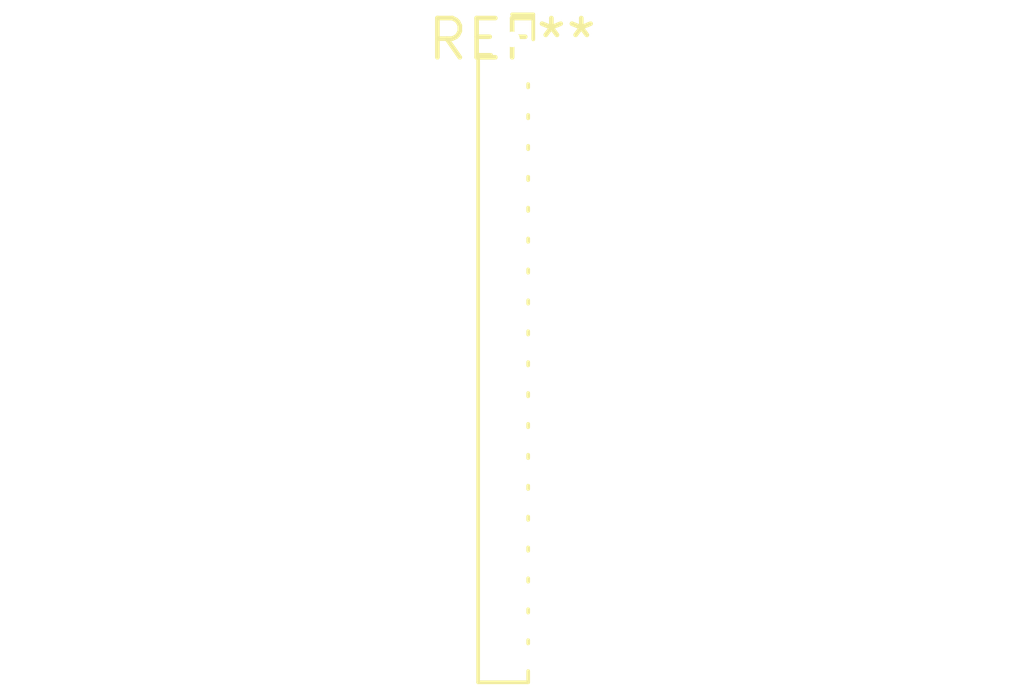
<source format=kicad_pcb>
(kicad_pcb (version 20240108) (generator pcbnew)
  (layers (0 "F.Cu" signal) (31 "B.Cu" signal) (34 "B.Paste" user) (35 "F.Paste" user) (36 "B.SilkS" user "B.Silkscreen") (37 "F.SilkS" user "F.Silkscreen") (38 "B.Mask" user) (39 "F.Mask" user) (44 "Edge.Cuts" user))
  (net 0 "")
  (footprint "PinSocket_1x21_P1.00mm_Vertical" (layer "F.Cu") (at 0 0)
    (property "Reference" "REF**")
    (property "Value" "PinSocket_1x21_P1.00mm_Vertical")
    (fp_line (start -1.1 0.5) (end -1.1 20.81) (layer "F.SilkS") (stroke (width 0.12)))
    (fp_line (start -1.1 0.5) (end -0.685 0.5) (layer "F.SilkS") (stroke (width 0.12)))
    (fp_line (start -1.1 20.81) (end 0.52 20.81) (layer "F.SilkS") (stroke (width 0.12)))
    (fp_line (start 0 -0.81) (end 0.685 -0.81) (layer "F.SilkS") (stroke (width 0.12)))
    (fp_line (start 0.52 1.445898) (end 0.52 1.554102) (layer "F.SilkS") (stroke (width 0.12)))
    (fp_line (start 0.52 2.445898) (end 0.52 2.554102) (layer "F.SilkS") (stroke (width 0.12)))
    (fp_line (start 0.52 3.445898) (end 0.52 3.554102) (layer "F.SilkS") (stroke (width 0.12)))
    (fp_line (start 0.52 4.445898) (end 0.52 4.554102) (layer "F.SilkS") (stroke (width 0.12)))
    (fp_line (start 0.52 5.445898) (end 0.52 5.554102) (layer "F.SilkS") (stroke (width 0.12)))
    (fp_line (start 0.52 6.445898) (end 0.52 6.554102) (layer "F.SilkS") (stroke (width 0.12)))
    (fp_line (start 0.52 7.445898) (end 0.52 7.554102) (layer "F.SilkS") (stroke (width 0.12)))
    (fp_line (start 0.52 8.445898) (end 0.52 8.554102) (layer "F.SilkS") (stroke (width 0.12)))
    (fp_line (start 0.52 9.445898) (end 0.52 9.554102) (layer "F.SilkS") (stroke (width 0.12)))
    (fp_line (start 0.52 10.445898) (end 0.52 10.554102) (layer "F.SilkS") (stroke (width 0.12)))
    (fp_line (start 0.52 11.445898) (end 0.52 11.554102) (layer "F.SilkS") (stroke (width 0.12)))
    (fp_line (start 0.52 12.445898) (end 0.52 12.554102) (layer "F.SilkS") (stroke (width 0.12)))
    (fp_line (start 0.52 13.445898) (end 0.52 13.554102) (layer "F.SilkS") (stroke (width 0.12)))
    (fp_line (start 0.52 14.445898) (end 0.52 14.554102) (layer "F.SilkS") (stroke (width 0.12)))
    (fp_line (start 0.52 15.445898) (end 0.52 15.554102) (layer "F.SilkS") (stroke (width 0.12)))
    (fp_line (start 0.52 16.445898) (end 0.52 16.554102) (layer "F.SilkS") (stroke (width 0.12)))
    (fp_line (start 0.52 17.445898) (end 0.52 17.554102) (layer "F.SilkS") (stroke (width 0.12)))
    (fp_line (start 0.52 18.445898) (end 0.52 18.554102) (layer "F.SilkS") (stroke (width 0.12)))
    (fp_line (start 0.52 19.445898) (end 0.52 19.554102) (layer "F.SilkS") (stroke (width 0.12)))
    (fp_line (start 0.52 20.445898) (end 0.52 20.81) (layer "F.SilkS") (stroke (width 0.12)))
    (fp_line (start 0.685 -0.81) (end 0.685 0) (layer "F.SilkS") (stroke (width 0.12)))
    (pad "1" thru_hole rect (at 0 0) (size 0.85 0.85) (drill 0.5) (layers *.Cu *.Mask) (remove_unused_layers))
    (pad "2" thru_hole oval (at 0 1) (size 0.85 0.85) (drill 0.5) (layers *.Cu *.Mask) (remove_unused_layers))
    (pad "3" thru_hole oval (at 0 2) (size 0.85 0.85) (drill 0.5) (layers *.Cu *.Mask) (remove_unused_layers))
    (pad "4" thru_hole oval (at 0 3) (size 0.85 0.85) (drill 0.5) (layers *.Cu *.Mask) (remove_unused_layers))
    (pad "5" thru_hole oval (at 0 4) (size 0.85 0.85) (drill 0.5) (layers *.Cu *.Mask) (remove_unused_layers))
    (pad "6" thru_hole oval (at 0 5) (size 0.85 0.85) (drill 0.5) (layers *.Cu *.Mask) (remove_unused_layers))
    (pad "7" thru_hole oval (at 0 6) (size 0.85 0.85) (drill 0.5) (layers *.Cu *.Mask) (remove_unused_layers))
    (pad "8" thru_hole oval (at 0 7) (size 0.85 0.85) (drill 0.5) (layers *.Cu *.Mask) (remove_unused_layers))
    (pad "9" thru_hole oval (at 0 8) (size 0.85 0.85) (drill 0.5) (layers *.Cu *.Mask) (remove_unused_layers))
    (pad "10" thru_hole oval (at 0 9) (size 0.85 0.85) (drill 0.5) (layers *.Cu *.Mask) (remove_unused_layers))
    (pad "11" thru_hole oval (at 0 10) (size 0.85 0.85) (drill 0.5) (layers *.Cu *.Mask) (remove_unused_layers))
    (pad "12" thru_hole oval (at 0 11) (size 0.85 0.85) (drill 0.5) (layers *.Cu *.Mask) (remove_unused_layers))
    (pad "13" thru_hole oval (at 0 12) (size 0.85 0.85) (drill 0.5) (layers *.Cu *.Mask) (remove_unused_layers))
    (pad "14" thru_hole oval (at 0 13) (size 0.85 0.85) (drill 0.5) (layers *.Cu *.Mask) (remove_unused_layers))
    (pad "15" thru_hole oval (at 0 14) (size 0.85 0.85) (drill 0.5) (layers *.Cu *.Mask) (remove_unused_layers))
    (pad "16" thru_hole oval (at 0 15) (size 0.85 0.85) (drill 0.5) (layers *.Cu *.Mask) (remove_unused_layers))
    (pad "17" thru_hole oval (at 0 16) (size 0.85 0.85) (drill 0.5) (layers *.Cu *.Mask) (remove_unused_layers))
    (pad "18" thru_hole oval (at 0 17) (size 0.85 0.85) (drill 0.5) (layers *.Cu *.Mask) (remove_unused_layers))
    (pad "19" thru_hole oval (at 0 18) (size 0.85 0.85) (drill 0.5) (layers *.Cu *.Mask) (remove_unused_layers))
    (pad "20" thru_hole oval (at 0 19) (size 0.85 0.85) (drill 0.5) (layers *.Cu *.Mask) (remove_unused_layers))
    (pad "21" thru_hole oval (at 0 20) (size 0.85 0.85) (drill 0.5) (layers *.Cu *.Mask) (remove_unused_layers))
  )
)
</source>
